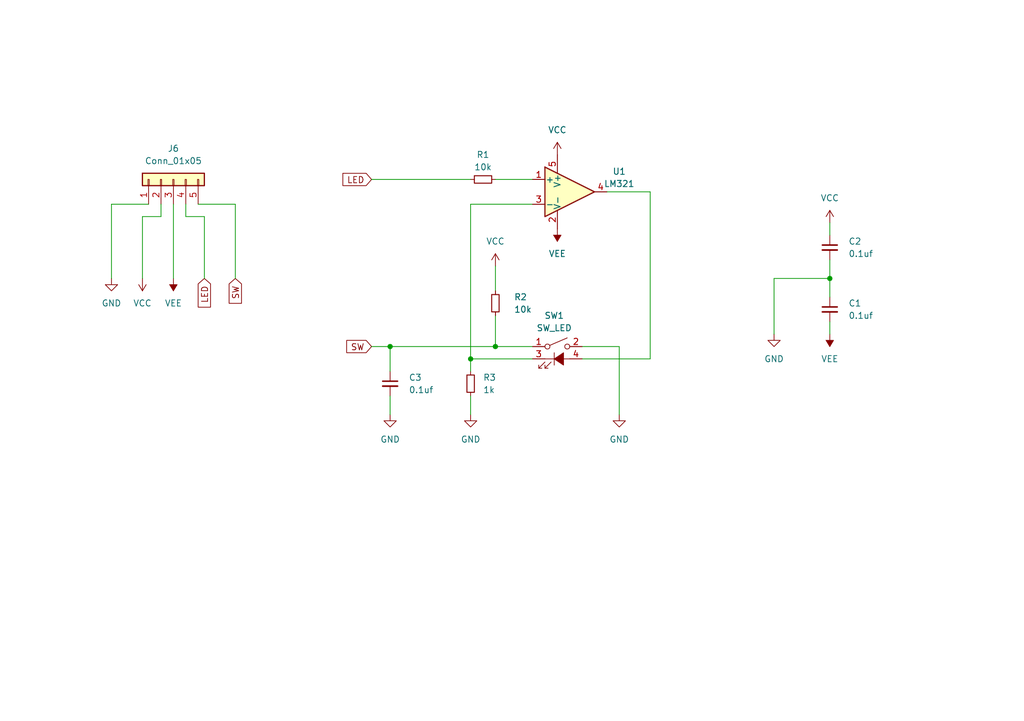
<source format=kicad_sch>
(kicad_sch (version 20230121) (generator eeschema)
  (paper "A5")
  (title_block (title "KEY_LED") (date "2024-05-14") (rev "laaaaaaa"))
  (lib_symbols
    (symbol "Amplifier_Operational:LM321" (pin_names (offset 0.127))
      (property "Reference" "U" (at 0 7.62 0))
      (property "Value" "LM321" (at 0 5.08 0))
      (symbol "LM321_0_1"
        (polyline (pts (xy -5.08 5.08) (xy 5.08 0) (xy -5.08 -5.08) (xy -5.08 5.08)) (stroke (width 0.254)) (fill (type background)))
      )
      (symbol "LM321_1_1"
        (pin input line (at -7.62 2.54 0) (length 2.54) (name "+") (number "1"))
        (pin power_in line (at -2.54 -7.62 90) (length 3.81) (name "V-") (number "2"))
        (pin input line (at -7.62 -2.54 0) (length 2.54) (name "-") (number "3"))
        (pin output line (at 7.62 0 180) (length 2.54) (name "~") (number "4"))
        (pin power_in line (at -2.54 7.62 270) (length 3.81) (name "V+") (number "5"))
      )
    )
    (symbol "Connector_Generic:Conn_01x05" (pin_names (offset 1.016) hide)
      (property "Reference" "J" (at 0 7.62 0))
      (property "Value" "Conn_01x05" (at 0 -7.62 0))
      (symbol "Conn_01x05_1_1"
        (rectangle (start -1.27 -4.953) (end 0 -5.207) (stroke (width 0.1524)))
        (rectangle (start -1.27 -2.413) (end 0 -2.667) (stroke (width 0.1524)))
        (rectangle (start -1.27 0.127) (end 0 -0.127) (stroke (width 0.1524)))
        (rectangle (start -1.27 2.667) (end 0 2.413) (stroke (width 0.1524)))
        (rectangle (start -1.27 5.207) (end 0 4.953) (stroke (width 0.1524)))
        (rectangle (start -1.27 6.35) (end 1.27 -6.35) (stroke (width 0.254)) (fill (type background)))
        (pin passive line (at -5.08 5.08 0) (length 3.81) (name "Pin_1") (number "1"))
        (pin passive line (at -5.08 2.54 0) (length 3.81) (name "Pin_2") (number "2"))
        (pin passive line (at -5.08 0 0) (length 3.81) (name "Pin_3") (number "3"))
        (pin passive line (at -5.08 -2.54 0) (length 3.81) (name "Pin_4") (number "4"))
        (pin passive line (at -5.08 -5.08 0) (length 3.81) (name "Pin_5") (number "5"))
      )
    )
    (symbol "Device:C_Small" (pin_numbers hide) (pin_names (offset 0.254) hide)
      (property "Reference" "C" (at 0.254 1.778 0))
      (property "Value" "C_Small" (at 0.254 -2.032 0))
      (symbol "C_Small_0_1"
        (polyline (pts (xy -1.524 -0.508) (xy 1.524 -0.508)) (stroke (width 0.3302)))
        (polyline (pts (xy -1.524 0.508) (xy 1.524 0.508)) (stroke (width 0.3048)))
      )
      (symbol "C_Small_1_1"
        (pin passive line (at 0 2.54 270) (length 2.032) (name "~") (number "1"))
        (pin passive line (at 0 -2.54 90) (length 2.032) (name "~") (number "2"))
      )
    )
    (symbol "Device:R_Small" (pin_numbers hide) (pin_names (offset 0.254) hide)
      (property "Reference" "R" (at 0.762 0.508 0))
      (property "Value" "R_Small" (at 0.762 -1.016 0))
      (symbol "R_Small_0_1"
        (rectangle (start -0.762 1.778) (end 0.762 -1.778) (stroke (width 0.2032)))
      )
      (symbol "R_Small_1_1"
        (pin passive line (at 0 2.54 270) (length 0.762) (name "~") (number "1"))
        (pin passive line (at 0 -2.54 90) (length 0.762) (name "~") (number "2"))
      )
    )
    (symbol "Eurorack:SW_LED" (pin_names (offset 1.016) hide)
      (property "Reference" "SW" (at 0.635 5.715 0))
      (property "Value" "SW_LED" (at 0 -3.175 0))
      (symbol "SW_LED_0_0"
        (polyline (pts (xy -3.81 -1.905) (xy -2.54 -0.635)))
        (polyline (pts (xy -2.54 -1.905) (xy -1.27 -0.635)))
        (polyline (pts (xy -2.54 0) (xy 2.54 0)))
        (polyline (pts (xy -0.635 1.27) (xy -0.635 -1.27)))
        (polyline (pts (xy -3.81 -1.27) (xy -3.81 -1.905) (xy -3.175 -1.905)))
        (polyline (pts (xy -2.54 -1.27) (xy -2.54 -1.905) (xy -1.905 -1.905)))
        (polyline (pts (xy -0.635 0) (xy 1.27 1.27) (xy 1.27 -1.27) (xy -0.635 0)) (fill (type outline)))
      )
      (symbol "SW_LED_0_1"
        (circle (center -2.032 2.54) (radius 0.508))
        (polyline (pts (xy -1.524 2.794) (xy 2.032 4.318)))
        (circle (center 2.032 2.54) (radius 0.508))
        (pin passive line (at -5.08 2.54 0) (length 2.54) (name "1") (number "1"))
        (pin passive line (at 5.08 2.54 180) (length 2.54) (name "2") (number "2"))
        (pin passive line (at -5.08 0 0) (length 2.54) (name "K") (number "3"))
        (pin passive line (at 5.08 0 180) (length 2.54) (name "A") (number "4"))
      )
    )
    (symbol "power:GND" (power) (pin_names (offset 0))
      (property "Value" "GND" (at 0 -3.81 0))
      (symbol "GND_0_1"
        (polyline (pts (xy 0 0) (xy 0 -1.27) (xy 1.27 -1.27) (xy 0 -2.54) (xy -1.27 -1.27) (xy 0 -1.27)))
      )
      (symbol "GND_1_1"
        (pin power_in line (at 0 0 270) (length 0) hide (name "GND") (number "1"))
      )
    )
    (symbol "power:VCC" (power) (pin_names (offset 0))
      (property "Value" "VCC" (at 0 3.81 0))
      (symbol "VCC_0_1"
        (polyline (pts (xy -0.762 1.27) (xy 0 2.54)))
        (polyline (pts (xy 0 0) (xy 0 2.54)))
        (polyline (pts (xy 0 2.54) (xy 0.762 1.27)))
      )
      (symbol "VCC_1_1"
        (pin power_in line (at 0 0 90) (length 0) hide (name "VCC") (number "1"))
      )
    )
    (symbol "power:VEE" (power) (pin_names (offset 0))
      (property "Value" "VEE" (at 0 3.81 0))
      (symbol "VEE_0_1"
        (polyline (pts (xy 0 0) (xy 0 2.54)))
        (polyline (pts (xy 0.762 1.27) (xy -0.762 1.27) (xy 0 2.54) (xy 0.762 1.27)) (fill (type outline)))
      )
      (symbol "VEE_1_1"
        (pin power_in line (at 0 0 90) (length 0) hide (name "VEE") (number "1"))
      )
    )
  )
  (junction (at 101.6 71.12))
  (junction (at 96.52 73.66))
  (junction (at 80.01 71.12))
  (junction (at 170.18 57.15))
  (wire (pts (xy 76.2 36.83) (xy 96.52 36.83)))
  (wire (pts (xy 40.64 41.91) (xy 48.26 41.91)))
  (wire (pts (xy 96.52 73.66) (xy 96.52 76.2)))
  (wire (pts (xy 158.75 68.58) (xy 158.75 57.15)))
  (wire (pts (xy 41.91 57.15) (xy 41.91 44.45)))
  (wire (pts (xy 41.91 44.45) (xy 38.1 44.45)))
  (wire (pts (xy 170.18 68.58) (xy 170.18 66.04)))
  (wire (pts (xy 29.21 57.15) (xy 29.21 44.45)))
  (wire (pts (xy 101.6 54.61) (xy 101.6 59.69)))
  (wire (pts (xy 101.6 64.77) (xy 101.6 71.12)))
  (wire (pts (xy 80.01 71.12) (xy 101.6 71.12)))
  (wire (pts (xy 101.6 71.12) (xy 109.22 71.12)))
  (wire (pts (xy 48.26 57.15) (xy 48.26 41.91)))
  (wire (pts (xy 35.56 41.91) (xy 35.56 57.15)))
  (wire (pts (xy 96.52 41.91) (xy 109.22 41.91)))
  (wire (pts (xy 29.21 44.45) (xy 33.02 44.45)))
  (wire (pts (xy 101.6 36.83) (xy 109.22 36.83)))
  (wire (pts (xy 170.18 45.72) (xy 170.18 48.26)))
  (wire (pts (xy 119.38 71.12) (xy 127 71.12)))
  (wire (pts (xy 109.22 73.66) (xy 96.52 73.66)))
  (wire (pts (xy 96.52 73.66) (xy 96.52 41.91)))
  (wire (pts (xy 76.2 71.12) (xy 80.01 71.12)))
  (wire (pts (xy 170.18 57.15) (xy 170.18 60.96)))
  (wire (pts (xy 170.18 53.34) (xy 170.18 57.15)))
  (wire (pts (xy 133.35 39.37) (xy 133.35 73.66)))
  (wire (pts (xy 33.02 44.45) (xy 33.02 41.91)))
  (wire (pts (xy 133.35 39.37) (xy 124.46 39.37)))
  (wire (pts (xy 158.75 57.15) (xy 170.18 57.15)))
  (wire (pts (xy 22.86 41.91) (xy 30.48 41.91)))
  (wire (pts (xy 96.52 81.28) (xy 96.52 85.09)))
  (wire (pts (xy 127 71.12) (xy 127 85.09)))
  (wire (pts (xy 133.35 73.66) (xy 119.38 73.66)))
  (wire (pts (xy 38.1 44.45) (xy 38.1 41.91)))
  (wire (pts (xy 22.86 57.15) (xy 22.86 41.91)))
  (wire (pts (xy 80.01 81.28) (xy 80.01 85.09)))
  (wire (pts (xy 80.01 71.12) (xy 80.01 76.2)))
  (global_label "SW" (shape input) (at 48.26 57.15 270) (property "Intersheetrefs" "${INTERSHEET_REFS}" (effects hide)))
  (global_label "LED" (shape input) (at 76.2 36.83 180) (property "Intersheetrefs" "${INTERSHEET_REFS}" (effects hide)))
  (global_label "SW" (shape input) (at 76.2 71.12 180) (property "Intersheetrefs" "${INTERSHEET_REFS}" (effects hide)))
  (global_label "LED" (shape input) (at 41.91 57.15 270) (property "Intersheetrefs" "${INTERSHEET_REFS}" (effects hide)))
  (symbol (lib_id "power:GND") (at 22.86 57.15 0) (unit 1)
    (property "Reference" "#PWR02" (effects hide))
    (property "Value" "GND" (at 22.86 62.23 0))
  )
  (symbol (lib_id "power:GND") (at 127 85.09 0) (unit 1)
    (property "Reference" "#PWR07" (effects hide))
    (property "Value" "GND" (at 127 90.17 0))
  )
  (symbol (lib_id "Eurorack:SW_LED") (at 114.3 73.66 0) (unit 1)
    (property "Reference" "SW1" (at 113.665 64.77 0))
    (property "Value" "SW_LED" (at 113.665 67.31 0))
    (property "Footprint" "Eurorack:Button_LED" (effects hide))
  )
  (symbol (lib_id "power:VCC") (at 101.6 54.61 0) (unit 1)
    (property "Reference" "#PWR06" (effects hide))
    (property "Value" "VCC" (at 101.6 49.53 0))
  )
  (symbol (lib_id "power:VCC") (at 29.21 57.15 180) (unit 1)
    (property "Reference" "#PWR04" (effects hide))
    (property "Value" "VCC" (at 29.21 62.23 0))
  )
  (symbol (lib_id "power:GND") (at 158.75 68.58 0) (unit 1)
    (property "Reference" "#PWR09" (effects hide))
    (property "Value" "GND" (at 158.75 73.66 0))
  )
  (symbol (lib_id "Device:C_Small") (at 170.18 63.5 0) (unit 1)
    (property "Reference" "C1" (at 173.99 62.2363 0) (effects (justify left)))
    (property "Value" "0.1uf" (at 173.99 64.7763 0) (effects (justify left)))
    (property "Footprint" "Capacitor_SMD:C_0603_1608Metric" (effects hide))
  )
  (symbol (lib_id "power:VCC") (at 114.3 31.75 0) (unit 1)
    (property "Reference" "#PWR01" (effects hide))
    (property "Value" "VCC" (at 114.3 26.67 0))
  )
  (symbol (lib_id "Device:R_Small") (at 101.6 62.23 0) (unit 1)
    (property "Reference" "R2" (at 105.41 60.96 0) (effects (justify left)))
    (property "Value" "10k" (at 105.41 63.5 0) (effects (justify left)))
    (property "Footprint" "Resistor_SMD:R_0603_1608Metric" (effects hide))
  )
  (symbol (lib_id "power:VCC") (at 170.18 45.72 0) (unit 1)
    (property "Reference" "#PWR010" (effects hide))
    (property "Value" "VCC" (at 170.18 40.64 0))
  )
  (symbol (lib_id "power:VEE") (at 170.18 68.58 180) (unit 1)
    (property "Reference" "#PWR011" (effects hide))
    (property "Value" "VEE" (at 170.18 73.66 0))
  )
  (symbol (lib_id "Device:C_Small") (at 80.01 78.74 0) (unit 1)
    (property "Reference" "C3" (at 83.82 77.4763 0) (effects (justify left)))
    (property "Value" "0.1uf" (at 83.82 80.0163 0) (effects (justify left)))
    (property "Footprint" "Capacitor_SMD:C_0603_1608Metric" (effects hide))
  )
  (symbol (lib_id "Device:C_Small") (at 170.18 50.8 0) (unit 1)
    (property "Reference" "C2" (at 173.99 49.5363 0) (effects (justify left)))
    (property "Value" "0.1uf" (at 173.99 52.0763 0) (effects (justify left)))
    (property "Footprint" "Capacitor_SMD:C_0603_1608Metric" (effects hide))
  )
  (symbol (lib_id "Connector_Generic:Conn_01x05") (at 35.56 36.83 90) (unit 1)
    (property "Reference" "J6" (at 35.56 30.48 90))
    (property "Value" "Conn_01x05" (at 35.56 33.02 90))
    (property "Footprint" "Connector_PinHeader_2.54mm:PinHeader_1x05_P2.54mm_Vertical" (effects hide))
  )
  (symbol (lib_id "power:GND") (at 80.01 85.09 0) (unit 1)
    (property "Reference" "#PWR08" (effects hide))
    (property "Value" "GND" (at 80.01 90.17 0))
  )
  (symbol (lib_id "Amplifier_Operational:LM321") (at 116.84 39.37 0) (unit 1)
    (property "Reference" "U1" (at 127 35.1791 0))
    (property "Value" "LM321" (at 127 37.7191 0))
    (property "Footprint" "Package_TO_SOT_SMD:SOT-23-5" (effects hide))
    (property "Datasheet" "http://www.ti.com/lit/ds/symlink/lm321.pdf" (effects hide))
  )
  (symbol (lib_id "power:VEE") (at 35.56 57.15 180) (unit 1)
    (property "Reference" "#PWR05" (effects hide))
    (property "Value" "VEE" (at 35.56 62.23 0))
  )
  (symbol (lib_id "Device:R_Small") (at 99.06 36.83 90) (unit 1)
    (property "Reference" "R1" (at 99.06 31.75 90))
    (property "Value" "10k" (at 99.06 34.29 90))
    (property "Footprint" "Resistor_SMD:R_0603_1608Metric" (effects hide))
  )
  (symbol (lib_id "Device:R_Small") (at 96.52 78.74 0) (unit 1)
    (property "Reference" "R3" (at 99.06 77.47 0) (effects (justify left)))
    (property "Value" "1k" (at 99.06 80.01 0) (effects (justify left)))
    (property "Footprint" "Resistor_SMD:R_0603_1608Metric" (effects hide))
  )
  (symbol (lib_id "power:GND") (at 96.52 85.09 0) (unit 1)
    (property "Reference" "#PWR012" (effects hide))
    (property "Value" "GND" (at 96.52 90.17 0))
  )
  (symbol (lib_id "power:VEE") (at 114.3 46.99 180) (unit 1)
    (property "Reference" "#PWR03" (effects hide))
    (property "Value" "VEE" (at 114.3 52.07 0))
  )
)
</source>
